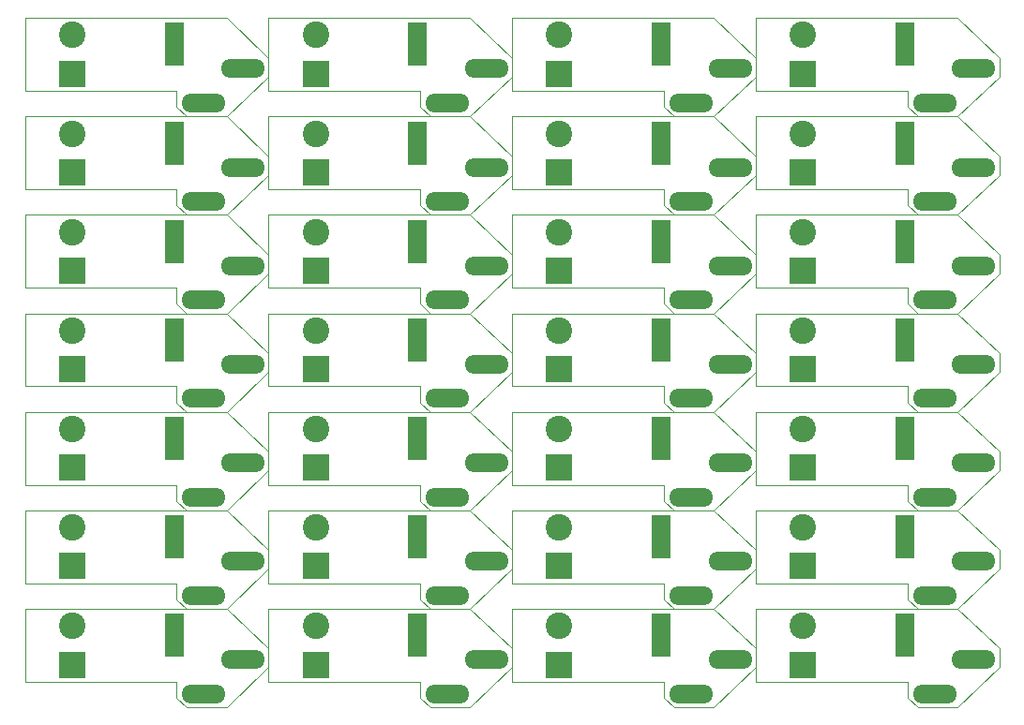
<source format=gbr>
%TF.GenerationSoftware,KiCad,Pcbnew,6.0.11-2627ca5db0~126~ubuntu20.04.1*%
%TF.CreationDate,2024-11-30T22:39:18-05:00*%
%TF.ProjectId,,58585858-5858-4585-9858-585858585858,rev?*%
%TF.SameCoordinates,Original*%
%TF.FileFunction,Soldermask,Top*%
%TF.FilePolarity,Negative*%
%FSLAX46Y46*%
G04 Gerber Fmt 4.6, Leading zero omitted, Abs format (unit mm)*
G04 Created by KiCad (PCBNEW 6.0.11-2627ca5db0~126~ubuntu20.04.1) date 2024-11-30 22:39:18*
%MOMM*%
%LPD*%
G01*
G04 APERTURE LIST*
%TA.AperFunction,Profile*%
%ADD10C,0.100000*%
%TD*%
%ADD11R,1.700000X4.000000*%
%ADD12O,4.000000X1.700000*%
%ADD13R,2.400000X2.400000*%
%ADD14C,2.400000*%
G04 APERTURE END LIST*
D10*
X151090000Y-107121000D02*
X169290000Y-107121000D01*
X169290000Y-116021000D02*
X173090000Y-112421000D01*
X164790000Y-113721000D02*
X164790000Y-115171000D01*
X164790000Y-115171000D02*
X165690000Y-116021000D01*
X169290000Y-107121000D02*
X173090000Y-110721000D01*
X151090000Y-113721000D02*
X164790000Y-113721000D01*
X165690000Y-116021000D02*
X169290000Y-116021000D01*
X151090000Y-107121000D02*
X151090000Y-113721000D01*
X173090000Y-110721000D02*
X173090000Y-112421000D01*
X129090000Y-107121000D02*
X147290000Y-107121000D01*
X147290000Y-116021000D02*
X151090000Y-112421000D01*
X142790000Y-113721000D02*
X142790000Y-115171000D01*
X142790000Y-115171000D02*
X143690000Y-116021000D01*
X147290000Y-107121000D02*
X151090000Y-110721000D01*
X129090000Y-113721000D02*
X142790000Y-113721000D01*
X143690000Y-116021000D02*
X147290000Y-116021000D01*
X129090000Y-107121000D02*
X129090000Y-113721000D01*
X151090000Y-110721000D02*
X151090000Y-112421000D01*
X107090000Y-107121000D02*
X125290000Y-107121000D01*
X125290000Y-116021000D02*
X129090000Y-112421000D01*
X120790000Y-113721000D02*
X120790000Y-115171000D01*
X120790000Y-115171000D02*
X121690000Y-116021000D01*
X125290000Y-107121000D02*
X129090000Y-110721000D01*
X107090000Y-113721000D02*
X120790000Y-113721000D01*
X121690000Y-116021000D02*
X125290000Y-116021000D01*
X107090000Y-107121000D02*
X107090000Y-113721000D01*
X129090000Y-110721000D02*
X129090000Y-112421000D01*
X85090000Y-107121000D02*
X103290000Y-107121000D01*
X103290000Y-116021000D02*
X107090000Y-112421000D01*
X98790000Y-113721000D02*
X98790000Y-115171000D01*
X98790000Y-115171000D02*
X99690000Y-116021000D01*
X103290000Y-107121000D02*
X107090000Y-110721000D01*
X85090000Y-113721000D02*
X98790000Y-113721000D01*
X99690000Y-116021000D02*
X103290000Y-116021000D01*
X85090000Y-107121000D02*
X85090000Y-113721000D01*
X107090000Y-110721000D02*
X107090000Y-112421000D01*
X151090000Y-98221000D02*
X169290000Y-98221000D01*
X169290000Y-107121000D02*
X173090000Y-103521000D01*
X164790000Y-104821000D02*
X164790000Y-106271000D01*
X164790000Y-106271000D02*
X165690000Y-107121000D01*
X169290000Y-98221000D02*
X173090000Y-101821000D01*
X151090000Y-104821000D02*
X164790000Y-104821000D01*
X165690000Y-107121000D02*
X169290000Y-107121000D01*
X151090000Y-98221000D02*
X151090000Y-104821000D01*
X173090000Y-101821000D02*
X173090000Y-103521000D01*
X129090000Y-98221000D02*
X147290000Y-98221000D01*
X147290000Y-107121000D02*
X151090000Y-103521000D01*
X142790000Y-104821000D02*
X142790000Y-106271000D01*
X142790000Y-106271000D02*
X143690000Y-107121000D01*
X147290000Y-98221000D02*
X151090000Y-101821000D01*
X129090000Y-104821000D02*
X142790000Y-104821000D01*
X143690000Y-107121000D02*
X147290000Y-107121000D01*
X129090000Y-98221000D02*
X129090000Y-104821000D01*
X151090000Y-101821000D02*
X151090000Y-103521000D01*
X107090000Y-98221000D02*
X125290000Y-98221000D01*
X125290000Y-107121000D02*
X129090000Y-103521000D01*
X120790000Y-104821000D02*
X120790000Y-106271000D01*
X120790000Y-106271000D02*
X121690000Y-107121000D01*
X125290000Y-98221000D02*
X129090000Y-101821000D01*
X107090000Y-104821000D02*
X120790000Y-104821000D01*
X121690000Y-107121000D02*
X125290000Y-107121000D01*
X107090000Y-98221000D02*
X107090000Y-104821000D01*
X129090000Y-101821000D02*
X129090000Y-103521000D01*
X85090000Y-98221000D02*
X103290000Y-98221000D01*
X103290000Y-107121000D02*
X107090000Y-103521000D01*
X98790000Y-104821000D02*
X98790000Y-106271000D01*
X98790000Y-106271000D02*
X99690000Y-107121000D01*
X103290000Y-98221000D02*
X107090000Y-101821000D01*
X85090000Y-104821000D02*
X98790000Y-104821000D01*
X99690000Y-107121000D02*
X103290000Y-107121000D01*
X85090000Y-98221000D02*
X85090000Y-104821000D01*
X107090000Y-101821000D02*
X107090000Y-103521000D01*
X151090000Y-89321000D02*
X169290000Y-89321000D01*
X169290000Y-98221000D02*
X173090000Y-94621000D01*
X164790000Y-95921000D02*
X164790000Y-97371000D01*
X164790000Y-97371000D02*
X165690000Y-98221000D01*
X169290000Y-89321000D02*
X173090000Y-92921000D01*
X151090000Y-95921000D02*
X164790000Y-95921000D01*
X165690000Y-98221000D02*
X169290000Y-98221000D01*
X151090000Y-89321000D02*
X151090000Y-95921000D01*
X173090000Y-92921000D02*
X173090000Y-94621000D01*
X129090000Y-89321000D02*
X147290000Y-89321000D01*
X147290000Y-98221000D02*
X151090000Y-94621000D01*
X142790000Y-95921000D02*
X142790000Y-97371000D01*
X142790000Y-97371000D02*
X143690000Y-98221000D01*
X147290000Y-89321000D02*
X151090000Y-92921000D01*
X129090000Y-95921000D02*
X142790000Y-95921000D01*
X143690000Y-98221000D02*
X147290000Y-98221000D01*
X129090000Y-89321000D02*
X129090000Y-95921000D01*
X151090000Y-92921000D02*
X151090000Y-94621000D01*
X107090000Y-89321000D02*
X125290000Y-89321000D01*
X125290000Y-98221000D02*
X129090000Y-94621000D01*
X120790000Y-95921000D02*
X120790000Y-97371000D01*
X120790000Y-97371000D02*
X121690000Y-98221000D01*
X125290000Y-89321000D02*
X129090000Y-92921000D01*
X107090000Y-95921000D02*
X120790000Y-95921000D01*
X121690000Y-98221000D02*
X125290000Y-98221000D01*
X107090000Y-89321000D02*
X107090000Y-95921000D01*
X129090000Y-92921000D02*
X129090000Y-94621000D01*
X85090000Y-89321000D02*
X103290000Y-89321000D01*
X103290000Y-98221000D02*
X107090000Y-94621000D01*
X98790000Y-95921000D02*
X98790000Y-97371000D01*
X98790000Y-97371000D02*
X99690000Y-98221000D01*
X103290000Y-89321000D02*
X107090000Y-92921000D01*
X85090000Y-95921000D02*
X98790000Y-95921000D01*
X99690000Y-98221000D02*
X103290000Y-98221000D01*
X85090000Y-89321000D02*
X85090000Y-95921000D01*
X107090000Y-92921000D02*
X107090000Y-94621000D01*
X151090000Y-80421000D02*
X169290000Y-80421000D01*
X169290000Y-89321000D02*
X173090000Y-85721000D01*
X164790000Y-87021000D02*
X164790000Y-88471000D01*
X164790000Y-88471000D02*
X165690000Y-89321000D01*
X169290000Y-80421000D02*
X173090000Y-84021000D01*
X151090000Y-87021000D02*
X164790000Y-87021000D01*
X165690000Y-89321000D02*
X169290000Y-89321000D01*
X151090000Y-80421000D02*
X151090000Y-87021000D01*
X173090000Y-84021000D02*
X173090000Y-85721000D01*
X129090000Y-80421000D02*
X147290000Y-80421000D01*
X147290000Y-89321000D02*
X151090000Y-85721000D01*
X142790000Y-87021000D02*
X142790000Y-88471000D01*
X142790000Y-88471000D02*
X143690000Y-89321000D01*
X147290000Y-80421000D02*
X151090000Y-84021000D01*
X129090000Y-87021000D02*
X142790000Y-87021000D01*
X143690000Y-89321000D02*
X147290000Y-89321000D01*
X129090000Y-80421000D02*
X129090000Y-87021000D01*
X151090000Y-84021000D02*
X151090000Y-85721000D01*
X107090000Y-80421000D02*
X125290000Y-80421000D01*
X125290000Y-89321000D02*
X129090000Y-85721000D01*
X120790000Y-87021000D02*
X120790000Y-88471000D01*
X120790000Y-88471000D02*
X121690000Y-89321000D01*
X125290000Y-80421000D02*
X129090000Y-84021000D01*
X107090000Y-87021000D02*
X120790000Y-87021000D01*
X121690000Y-89321000D02*
X125290000Y-89321000D01*
X107090000Y-80421000D02*
X107090000Y-87021000D01*
X129090000Y-84021000D02*
X129090000Y-85721000D01*
X85090000Y-80421000D02*
X103290000Y-80421000D01*
X103290000Y-89321000D02*
X107090000Y-85721000D01*
X98790000Y-87021000D02*
X98790000Y-88471000D01*
X98790000Y-88471000D02*
X99690000Y-89321000D01*
X103290000Y-80421000D02*
X107090000Y-84021000D01*
X85090000Y-87021000D02*
X98790000Y-87021000D01*
X99690000Y-89321000D02*
X103290000Y-89321000D01*
X85090000Y-80421000D02*
X85090000Y-87021000D01*
X107090000Y-84021000D02*
X107090000Y-85721000D01*
X151090000Y-71521000D02*
X169290000Y-71521000D01*
X169290000Y-80421000D02*
X173090000Y-76821000D01*
X164790000Y-78121000D02*
X164790000Y-79571000D01*
X164790000Y-79571000D02*
X165690000Y-80421000D01*
X169290000Y-71521000D02*
X173090000Y-75121000D01*
X151090000Y-78121000D02*
X164790000Y-78121000D01*
X165690000Y-80421000D02*
X169290000Y-80421000D01*
X151090000Y-71521000D02*
X151090000Y-78121000D01*
X173090000Y-75121000D02*
X173090000Y-76821000D01*
X129090000Y-71521000D02*
X147290000Y-71521000D01*
X147290000Y-80421000D02*
X151090000Y-76821000D01*
X142790000Y-78121000D02*
X142790000Y-79571000D01*
X142790000Y-79571000D02*
X143690000Y-80421000D01*
X147290000Y-71521000D02*
X151090000Y-75121000D01*
X129090000Y-78121000D02*
X142790000Y-78121000D01*
X143690000Y-80421000D02*
X147290000Y-80421000D01*
X129090000Y-71521000D02*
X129090000Y-78121000D01*
X151090000Y-75121000D02*
X151090000Y-76821000D01*
X107090000Y-71521000D02*
X125290000Y-71521000D01*
X125290000Y-80421000D02*
X129090000Y-76821000D01*
X120790000Y-78121000D02*
X120790000Y-79571000D01*
X120790000Y-79571000D02*
X121690000Y-80421000D01*
X125290000Y-71521000D02*
X129090000Y-75121000D01*
X107090000Y-78121000D02*
X120790000Y-78121000D01*
X121690000Y-80421000D02*
X125290000Y-80421000D01*
X107090000Y-71521000D02*
X107090000Y-78121000D01*
X129090000Y-75121000D02*
X129090000Y-76821000D01*
X85090000Y-71521000D02*
X103290000Y-71521000D01*
X103290000Y-80421000D02*
X107090000Y-76821000D01*
X98790000Y-78121000D02*
X98790000Y-79571000D01*
X98790000Y-79571000D02*
X99690000Y-80421000D01*
X103290000Y-71521000D02*
X107090000Y-75121000D01*
X85090000Y-78121000D02*
X98790000Y-78121000D01*
X99690000Y-80421000D02*
X103290000Y-80421000D01*
X85090000Y-71521000D02*
X85090000Y-78121000D01*
X107090000Y-75121000D02*
X107090000Y-76821000D01*
X151090000Y-62621000D02*
X169290000Y-62621000D01*
X169290000Y-71521000D02*
X173090000Y-67921000D01*
X164790000Y-69221000D02*
X164790000Y-70671000D01*
X164790000Y-70671000D02*
X165690000Y-71521000D01*
X169290000Y-62621000D02*
X173090000Y-66221000D01*
X151090000Y-69221000D02*
X164790000Y-69221000D01*
X165690000Y-71521000D02*
X169290000Y-71521000D01*
X151090000Y-62621000D02*
X151090000Y-69221000D01*
X173090000Y-66221000D02*
X173090000Y-67921000D01*
X129090000Y-62621000D02*
X147290000Y-62621000D01*
X147290000Y-71521000D02*
X151090000Y-67921000D01*
X142790000Y-69221000D02*
X142790000Y-70671000D01*
X142790000Y-70671000D02*
X143690000Y-71521000D01*
X147290000Y-62621000D02*
X151090000Y-66221000D01*
X129090000Y-69221000D02*
X142790000Y-69221000D01*
X143690000Y-71521000D02*
X147290000Y-71521000D01*
X129090000Y-62621000D02*
X129090000Y-69221000D01*
X151090000Y-66221000D02*
X151090000Y-67921000D01*
X107090000Y-62621000D02*
X125290000Y-62621000D01*
X125290000Y-71521000D02*
X129090000Y-67921000D01*
X120790000Y-69221000D02*
X120790000Y-70671000D01*
X120790000Y-70671000D02*
X121690000Y-71521000D01*
X125290000Y-62621000D02*
X129090000Y-66221000D01*
X107090000Y-69221000D02*
X120790000Y-69221000D01*
X121690000Y-71521000D02*
X125290000Y-71521000D01*
X107090000Y-62621000D02*
X107090000Y-69221000D01*
X129090000Y-66221000D02*
X129090000Y-67921000D01*
X85090000Y-62621000D02*
X103290000Y-62621000D01*
X103290000Y-71521000D02*
X107090000Y-67921000D01*
X98790000Y-69221000D02*
X98790000Y-70671000D01*
X98790000Y-70671000D02*
X99690000Y-71521000D01*
X103290000Y-62621000D02*
X107090000Y-66221000D01*
X85090000Y-69221000D02*
X98790000Y-69221000D01*
X99690000Y-71521000D02*
X103290000Y-71521000D01*
X85090000Y-62621000D02*
X85090000Y-69221000D01*
X107090000Y-66221000D02*
X107090000Y-67921000D01*
X151090000Y-53721000D02*
X169290000Y-53721000D01*
X169290000Y-62621000D02*
X173090000Y-59021000D01*
X164790000Y-60321000D02*
X164790000Y-61771000D01*
X164790000Y-61771000D02*
X165690000Y-62621000D01*
X169290000Y-53721000D02*
X173090000Y-57321000D01*
X151090000Y-60321000D02*
X164790000Y-60321000D01*
X165690000Y-62621000D02*
X169290000Y-62621000D01*
X151090000Y-53721000D02*
X151090000Y-60321000D01*
X173090000Y-57321000D02*
X173090000Y-59021000D01*
X129090000Y-53721000D02*
X147290000Y-53721000D01*
X147290000Y-62621000D02*
X151090000Y-59021000D01*
X142790000Y-60321000D02*
X142790000Y-61771000D01*
X142790000Y-61771000D02*
X143690000Y-62621000D01*
X147290000Y-53721000D02*
X151090000Y-57321000D01*
X129090000Y-60321000D02*
X142790000Y-60321000D01*
X143690000Y-62621000D02*
X147290000Y-62621000D01*
X129090000Y-53721000D02*
X129090000Y-60321000D01*
X151090000Y-57321000D02*
X151090000Y-59021000D01*
X107090000Y-53721000D02*
X125290000Y-53721000D01*
X125290000Y-62621000D02*
X129090000Y-59021000D01*
X120790000Y-60321000D02*
X120790000Y-61771000D01*
X120790000Y-61771000D02*
X121690000Y-62621000D01*
X125290000Y-53721000D02*
X129090000Y-57321000D01*
X107090000Y-60321000D02*
X120790000Y-60321000D01*
X121690000Y-62621000D02*
X125290000Y-62621000D01*
X107090000Y-53721000D02*
X107090000Y-60321000D01*
X129090000Y-57321000D02*
X129090000Y-59021000D01*
X85090000Y-53721000D02*
X103290000Y-53721000D01*
X103290000Y-62621000D02*
X107090000Y-59021000D01*
X85090000Y-53721000D02*
X85090000Y-60321000D01*
X98790000Y-60321000D02*
X98790000Y-61771000D01*
X99690000Y-62621000D02*
X103290000Y-62621000D01*
X103290000Y-53721000D02*
X107090000Y-57321000D01*
X98790000Y-61771000D02*
X99690000Y-62621000D01*
X107090000Y-57321000D02*
X107090000Y-59021000D01*
X85090000Y-60321000D02*
X98790000Y-60321000D01*
D11*
%TO.C,J1*%
X164550000Y-109521000D03*
D12*
X167250000Y-114821000D03*
X170750000Y-111721000D03*
%TD*%
D13*
%TO.C,J2*%
X155338000Y-112171000D03*
D14*
X155338000Y-108671000D03*
%TD*%
D11*
%TO.C,J1*%
X142550000Y-109521000D03*
D12*
X145250000Y-114821000D03*
X148750000Y-111721000D03*
%TD*%
D13*
%TO.C,J2*%
X133338000Y-112171000D03*
D14*
X133338000Y-108671000D03*
%TD*%
D11*
%TO.C,J1*%
X120550000Y-109521000D03*
D12*
X123250000Y-114821000D03*
X126750000Y-111721000D03*
%TD*%
D13*
%TO.C,J2*%
X111338000Y-112171000D03*
D14*
X111338000Y-108671000D03*
%TD*%
D11*
%TO.C,J1*%
X98550000Y-109521000D03*
D12*
X101250000Y-114821000D03*
X104750000Y-111721000D03*
%TD*%
D13*
%TO.C,J2*%
X89338000Y-112171000D03*
D14*
X89338000Y-108671000D03*
%TD*%
D11*
%TO.C,J1*%
X164550000Y-100621000D03*
D12*
X167250000Y-105921000D03*
X170750000Y-102821000D03*
%TD*%
D13*
%TO.C,J2*%
X155338000Y-103271000D03*
D14*
X155338000Y-99771000D03*
%TD*%
D11*
%TO.C,J1*%
X142550000Y-100621000D03*
D12*
X145250000Y-105921000D03*
X148750000Y-102821000D03*
%TD*%
D13*
%TO.C,J2*%
X133338000Y-103271000D03*
D14*
X133338000Y-99771000D03*
%TD*%
D11*
%TO.C,J1*%
X120550000Y-100621000D03*
D12*
X123250000Y-105921000D03*
X126750000Y-102821000D03*
%TD*%
D13*
%TO.C,J2*%
X111338000Y-103271000D03*
D14*
X111338000Y-99771000D03*
%TD*%
D11*
%TO.C,J1*%
X98550000Y-100621000D03*
D12*
X101250000Y-105921000D03*
X104750000Y-102821000D03*
%TD*%
D13*
%TO.C,J2*%
X89338000Y-103271000D03*
D14*
X89338000Y-99771000D03*
%TD*%
D11*
%TO.C,J1*%
X164550000Y-91721000D03*
D12*
X167250000Y-97021000D03*
X170750000Y-93921000D03*
%TD*%
D13*
%TO.C,J2*%
X155338000Y-94371000D03*
D14*
X155338000Y-90871000D03*
%TD*%
D11*
%TO.C,J1*%
X142550000Y-91721000D03*
D12*
X145250000Y-97021000D03*
X148750000Y-93921000D03*
%TD*%
D13*
%TO.C,J2*%
X133338000Y-94371000D03*
D14*
X133338000Y-90871000D03*
%TD*%
D11*
%TO.C,J1*%
X120550000Y-91721000D03*
D12*
X123250000Y-97021000D03*
X126750000Y-93921000D03*
%TD*%
D13*
%TO.C,J2*%
X111338000Y-94371000D03*
D14*
X111338000Y-90871000D03*
%TD*%
D11*
%TO.C,J1*%
X98550000Y-91721000D03*
D12*
X101250000Y-97021000D03*
X104750000Y-93921000D03*
%TD*%
D13*
%TO.C,J2*%
X89338000Y-94371000D03*
D14*
X89338000Y-90871000D03*
%TD*%
D11*
%TO.C,J1*%
X164550000Y-82821000D03*
D12*
X167250000Y-88121000D03*
X170750000Y-85021000D03*
%TD*%
D13*
%TO.C,J2*%
X155338000Y-85471000D03*
D14*
X155338000Y-81971000D03*
%TD*%
D11*
%TO.C,J1*%
X142550000Y-82821000D03*
D12*
X145250000Y-88121000D03*
X148750000Y-85021000D03*
%TD*%
D13*
%TO.C,J2*%
X133338000Y-85471000D03*
D14*
X133338000Y-81971000D03*
%TD*%
D11*
%TO.C,J1*%
X120550000Y-82821000D03*
D12*
X123250000Y-88121000D03*
X126750000Y-85021000D03*
%TD*%
D13*
%TO.C,J2*%
X111338000Y-85471000D03*
D14*
X111338000Y-81971000D03*
%TD*%
D11*
%TO.C,J1*%
X98550000Y-82821000D03*
D12*
X101250000Y-88121000D03*
X104750000Y-85021000D03*
%TD*%
D13*
%TO.C,J2*%
X89338000Y-85471000D03*
D14*
X89338000Y-81971000D03*
%TD*%
D11*
%TO.C,J1*%
X164550000Y-73921000D03*
D12*
X167250000Y-79221000D03*
X170750000Y-76121000D03*
%TD*%
D13*
%TO.C,J2*%
X155338000Y-76571000D03*
D14*
X155338000Y-73071000D03*
%TD*%
D11*
%TO.C,J1*%
X142550000Y-73921000D03*
D12*
X145250000Y-79221000D03*
X148750000Y-76121000D03*
%TD*%
D13*
%TO.C,J2*%
X133338000Y-76571000D03*
D14*
X133338000Y-73071000D03*
%TD*%
D11*
%TO.C,J1*%
X120550000Y-73921000D03*
D12*
X123250000Y-79221000D03*
X126750000Y-76121000D03*
%TD*%
D13*
%TO.C,J2*%
X111338000Y-76571000D03*
D14*
X111338000Y-73071000D03*
%TD*%
D11*
%TO.C,J1*%
X98550000Y-73921000D03*
D12*
X101250000Y-79221000D03*
X104750000Y-76121000D03*
%TD*%
D13*
%TO.C,J2*%
X89338000Y-76571000D03*
D14*
X89338000Y-73071000D03*
%TD*%
D11*
%TO.C,J1*%
X164550000Y-65021000D03*
D12*
X167250000Y-70321000D03*
X170750000Y-67221000D03*
%TD*%
D13*
%TO.C,J2*%
X155338000Y-67671000D03*
D14*
X155338000Y-64171000D03*
%TD*%
D11*
%TO.C,J1*%
X142550000Y-65021000D03*
D12*
X145250000Y-70321000D03*
X148750000Y-67221000D03*
%TD*%
D13*
%TO.C,J2*%
X133338000Y-67671000D03*
D14*
X133338000Y-64171000D03*
%TD*%
D11*
%TO.C,J1*%
X120550000Y-65021000D03*
D12*
X123250000Y-70321000D03*
X126750000Y-67221000D03*
%TD*%
D13*
%TO.C,J2*%
X111338000Y-67671000D03*
D14*
X111338000Y-64171000D03*
%TD*%
D11*
%TO.C,J1*%
X98550000Y-65021000D03*
D12*
X101250000Y-70321000D03*
X104750000Y-67221000D03*
%TD*%
D13*
%TO.C,J2*%
X89338000Y-67671000D03*
D14*
X89338000Y-64171000D03*
%TD*%
D11*
%TO.C,J1*%
X164550000Y-56121000D03*
D12*
X167250000Y-61421000D03*
X170750000Y-58321000D03*
%TD*%
D13*
%TO.C,J2*%
X155338000Y-58771000D03*
D14*
X155338000Y-55271000D03*
%TD*%
D11*
%TO.C,J1*%
X142550000Y-56121000D03*
D12*
X145250000Y-61421000D03*
X148750000Y-58321000D03*
%TD*%
D13*
%TO.C,J2*%
X133338000Y-58771000D03*
D14*
X133338000Y-55271000D03*
%TD*%
D11*
%TO.C,J1*%
X120550000Y-56121000D03*
D12*
X123250000Y-61421000D03*
X126750000Y-58321000D03*
%TD*%
D13*
%TO.C,J2*%
X111338000Y-58771000D03*
D14*
X111338000Y-55271000D03*
%TD*%
D11*
%TO.C,J1*%
X98550000Y-56121000D03*
D12*
X101250000Y-61421000D03*
X104750000Y-58321000D03*
%TD*%
D13*
%TO.C,J2*%
X89338000Y-58771000D03*
D14*
X89338000Y-55271000D03*
%TD*%
M02*

</source>
